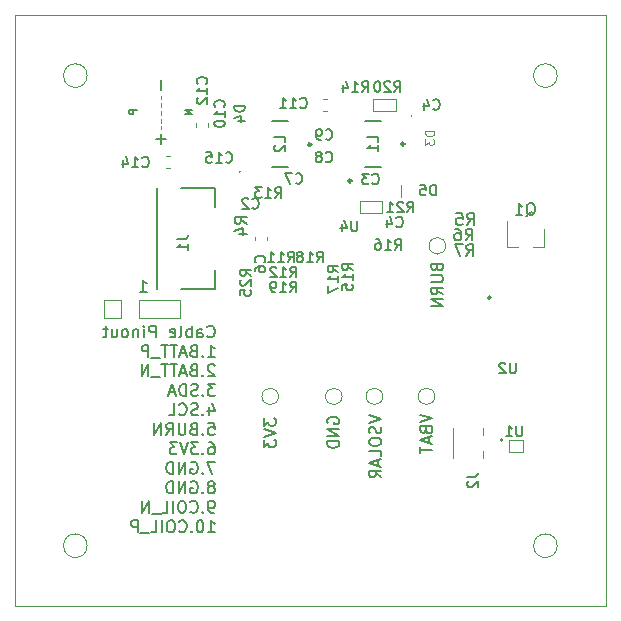
<source format=gbr>
%TF.GenerationSoftware,KiCad,Pcbnew,5.0.2-bee76a0~70~ubuntu18.04.1*%
%TF.CreationDate,2020-02-29T12:44:50-08:00*%
%TF.ProjectId,SolarCell+Y,536f6c61-7243-4656-9c6c-2b592e6b6963,rev?*%
%TF.SameCoordinates,Original*%
%TF.FileFunction,Legend,Bot*%
%TF.FilePolarity,Positive*%
%FSLAX46Y46*%
G04 Gerber Fmt 4.6, Leading zero omitted, Abs format (unit mm)*
G04 Created by KiCad (PCBNEW 5.0.2-bee76a0~70~ubuntu18.04.1) date Sat 29 Feb 2020 12:44:50 PM PST*
%MOMM*%
%LPD*%
G01*
G04 APERTURE LIST*
%ADD10C,0.050000*%
%ADD11C,0.177800*%
%ADD12C,0.120000*%
%ADD13C,0.150000*%
%ADD14C,0.203200*%
%ADD15C,0.127000*%
%ADD16C,0.200000*%
%ADD17C,0.100000*%
%ADD18C,0.250000*%
%ADD19C,0.254000*%
%ADD20C,0.101600*%
G04 APERTURE END LIST*
D10*
X160500000Y-65600000D02*
X160500000Y-64100000D01*
X164000000Y-65600000D02*
X160500000Y-65600000D01*
X164000000Y-64100000D02*
X164000000Y-65600000D01*
X160500000Y-64100000D02*
X164000000Y-64100000D01*
X159000000Y-64100000D02*
X157500000Y-64100000D01*
X159000000Y-65650000D02*
X159000000Y-64100000D01*
X157500000Y-65650000D02*
X159000000Y-65650000D01*
X157500000Y-64100000D02*
X157500000Y-65650000D01*
D11*
X185704171Y-61342198D02*
X185751790Y-61485055D01*
X185799409Y-61532674D01*
X185894647Y-61580293D01*
X186037504Y-61580293D01*
X186132742Y-61532674D01*
X186180361Y-61485055D01*
X186227980Y-61389817D01*
X186227980Y-61008865D01*
X185227980Y-61008865D01*
X185227980Y-61342198D01*
X185275600Y-61437436D01*
X185323219Y-61485055D01*
X185418457Y-61532674D01*
X185513695Y-61532674D01*
X185608933Y-61485055D01*
X185656552Y-61437436D01*
X185704171Y-61342198D01*
X185704171Y-61008865D01*
X185227980Y-62008865D02*
X186037504Y-62008865D01*
X186132742Y-62056484D01*
X186180361Y-62104103D01*
X186227980Y-62199341D01*
X186227980Y-62389817D01*
X186180361Y-62485055D01*
X186132742Y-62532674D01*
X186037504Y-62580293D01*
X185227980Y-62580293D01*
X186227980Y-63627912D02*
X185751790Y-63294579D01*
X186227980Y-63056484D02*
X185227980Y-63056484D01*
X185227980Y-63437436D01*
X185275600Y-63532674D01*
X185323219Y-63580293D01*
X185418457Y-63627912D01*
X185561314Y-63627912D01*
X185656552Y-63580293D01*
X185704171Y-63532674D01*
X185751790Y-63437436D01*
X185751790Y-63056484D01*
X186227980Y-64056484D02*
X185227980Y-64056484D01*
X186227980Y-64627912D01*
X185227980Y-64627912D01*
D12*
X182651400Y-55397400D02*
X182651400Y-54330600D01*
D11*
X184313580Y-73794608D02*
X185313580Y-74127941D01*
X184313580Y-74461274D01*
X184789771Y-75127941D02*
X184837390Y-75270798D01*
X184885009Y-75318417D01*
X184980247Y-75366036D01*
X185123104Y-75366036D01*
X185218342Y-75318417D01*
X185265961Y-75270798D01*
X185313580Y-75175560D01*
X185313580Y-74794608D01*
X184313580Y-74794608D01*
X184313580Y-75127941D01*
X184361200Y-75223179D01*
X184408819Y-75270798D01*
X184504057Y-75318417D01*
X184599295Y-75318417D01*
X184694533Y-75270798D01*
X184742152Y-75223179D01*
X184789771Y-75127941D01*
X184789771Y-74794608D01*
X185027866Y-75746989D02*
X185027866Y-76223179D01*
X185313580Y-75651750D02*
X184313580Y-75985084D01*
X185313580Y-76318417D01*
X184313580Y-76508893D02*
X184313580Y-77080322D01*
X185313580Y-76794608D02*
X184313580Y-76794608D01*
X179995580Y-73870808D02*
X180995580Y-74204141D01*
X179995580Y-74537474D01*
X180947961Y-74823189D02*
X180995580Y-74966046D01*
X180995580Y-75204141D01*
X180947961Y-75299379D01*
X180900342Y-75346998D01*
X180805104Y-75394617D01*
X180709866Y-75394617D01*
X180614628Y-75346998D01*
X180567009Y-75299379D01*
X180519390Y-75204141D01*
X180471771Y-75013665D01*
X180424152Y-74918427D01*
X180376533Y-74870808D01*
X180281295Y-74823189D01*
X180186057Y-74823189D01*
X180090819Y-74870808D01*
X180043200Y-74918427D01*
X179995580Y-75013665D01*
X179995580Y-75251760D01*
X180043200Y-75394617D01*
X179995580Y-76013665D02*
X179995580Y-76204141D01*
X180043200Y-76299379D01*
X180138438Y-76394617D01*
X180328914Y-76442236D01*
X180662247Y-76442236D01*
X180852723Y-76394617D01*
X180947961Y-76299379D01*
X180995580Y-76204141D01*
X180995580Y-76013665D01*
X180947961Y-75918427D01*
X180852723Y-75823189D01*
X180662247Y-75775570D01*
X180328914Y-75775570D01*
X180138438Y-75823189D01*
X180043200Y-75918427D01*
X179995580Y-76013665D01*
X180995580Y-77346998D02*
X180995580Y-76870808D01*
X179995580Y-76870808D01*
X180709866Y-77632712D02*
X180709866Y-78108903D01*
X180995580Y-77537474D02*
X179995580Y-77870808D01*
X180995580Y-78204141D01*
X180995580Y-79108903D02*
X180519390Y-78775570D01*
X180995580Y-78537474D02*
X179995580Y-78537474D01*
X179995580Y-78918427D01*
X180043200Y-79013665D01*
X180090819Y-79061284D01*
X180186057Y-79108903D01*
X180328914Y-79108903D01*
X180424152Y-79061284D01*
X180471771Y-79013665D01*
X180519390Y-78918427D01*
X180519390Y-78537474D01*
X176487200Y-74537474D02*
X176439580Y-74442236D01*
X176439580Y-74299379D01*
X176487200Y-74156522D01*
X176582438Y-74061284D01*
X176677676Y-74013665D01*
X176868152Y-73966046D01*
X177011009Y-73966046D01*
X177201485Y-74013665D01*
X177296723Y-74061284D01*
X177391961Y-74156522D01*
X177439580Y-74299379D01*
X177439580Y-74394617D01*
X177391961Y-74537474D01*
X177344342Y-74585093D01*
X177011009Y-74585093D01*
X177011009Y-74394617D01*
X177439580Y-75013665D02*
X176439580Y-75013665D01*
X177439580Y-75585093D01*
X176439580Y-75585093D01*
X177439580Y-76061284D02*
X176439580Y-76061284D01*
X176439580Y-76299379D01*
X176487200Y-76442236D01*
X176582438Y-76537474D01*
X176677676Y-76585093D01*
X176868152Y-76632712D01*
X177011009Y-76632712D01*
X177201485Y-76585093D01*
X177296723Y-76537474D01*
X177391961Y-76442236D01*
X177439580Y-76299379D01*
X177439580Y-76061284D01*
X171054780Y-74121627D02*
X171054780Y-74740674D01*
X171435733Y-74407341D01*
X171435733Y-74550198D01*
X171483352Y-74645436D01*
X171530971Y-74693055D01*
X171626209Y-74740674D01*
X171864304Y-74740674D01*
X171959542Y-74693055D01*
X172007161Y-74645436D01*
X172054780Y-74550198D01*
X172054780Y-74264484D01*
X172007161Y-74169246D01*
X171959542Y-74121627D01*
X171054780Y-75026389D02*
X172054780Y-75359722D01*
X171054780Y-75693055D01*
X171054780Y-75931150D02*
X171054780Y-76550198D01*
X171435733Y-76216865D01*
X171435733Y-76359722D01*
X171483352Y-76454960D01*
X171530971Y-76502579D01*
X171626209Y-76550198D01*
X171864304Y-76550198D01*
X171959542Y-76502579D01*
X172007161Y-76454960D01*
X172054780Y-76359722D01*
X172054780Y-76074008D01*
X172007161Y-75978770D01*
X171959542Y-75931150D01*
X160572525Y-63402380D02*
X161143953Y-63402380D01*
X160858239Y-63402380D02*
X160858239Y-62402380D01*
X160953477Y-62545238D01*
X161048715Y-62640476D01*
X161143953Y-62688095D01*
D13*
X166275776Y-67164142D02*
X166323395Y-67211761D01*
X166466252Y-67259380D01*
X166561490Y-67259380D01*
X166704347Y-67211761D01*
X166799585Y-67116523D01*
X166847204Y-67021285D01*
X166894823Y-66830809D01*
X166894823Y-66687952D01*
X166847204Y-66497476D01*
X166799585Y-66402238D01*
X166704347Y-66307000D01*
X166561490Y-66259380D01*
X166466252Y-66259380D01*
X166323395Y-66307000D01*
X166275776Y-66354619D01*
X165418633Y-67259380D02*
X165418633Y-66735571D01*
X165466252Y-66640333D01*
X165561490Y-66592714D01*
X165751966Y-66592714D01*
X165847204Y-66640333D01*
X165418633Y-67211761D02*
X165513871Y-67259380D01*
X165751966Y-67259380D01*
X165847204Y-67211761D01*
X165894823Y-67116523D01*
X165894823Y-67021285D01*
X165847204Y-66926047D01*
X165751966Y-66878428D01*
X165513871Y-66878428D01*
X165418633Y-66830809D01*
X164942442Y-67259380D02*
X164942442Y-66259380D01*
X164942442Y-66640333D02*
X164847204Y-66592714D01*
X164656728Y-66592714D01*
X164561490Y-66640333D01*
X164513871Y-66687952D01*
X164466252Y-66783190D01*
X164466252Y-67068904D01*
X164513871Y-67164142D01*
X164561490Y-67211761D01*
X164656728Y-67259380D01*
X164847204Y-67259380D01*
X164942442Y-67211761D01*
X163894823Y-67259380D02*
X163990061Y-67211761D01*
X164037680Y-67116523D01*
X164037680Y-66259380D01*
X163132919Y-67211761D02*
X163228157Y-67259380D01*
X163418633Y-67259380D01*
X163513871Y-67211761D01*
X163561490Y-67116523D01*
X163561490Y-66735571D01*
X163513871Y-66640333D01*
X163418633Y-66592714D01*
X163228157Y-66592714D01*
X163132919Y-66640333D01*
X163085300Y-66735571D01*
X163085300Y-66830809D01*
X163561490Y-66926047D01*
X161894823Y-67259380D02*
X161894823Y-66259380D01*
X161513871Y-66259380D01*
X161418633Y-66307000D01*
X161371014Y-66354619D01*
X161323395Y-66449857D01*
X161323395Y-66592714D01*
X161371014Y-66687952D01*
X161418633Y-66735571D01*
X161513871Y-66783190D01*
X161894823Y-66783190D01*
X160894823Y-67259380D02*
X160894823Y-66592714D01*
X160894823Y-66259380D02*
X160942442Y-66307000D01*
X160894823Y-66354619D01*
X160847204Y-66307000D01*
X160894823Y-66259380D01*
X160894823Y-66354619D01*
X160418633Y-66592714D02*
X160418633Y-67259380D01*
X160418633Y-66687952D02*
X160371014Y-66640333D01*
X160275776Y-66592714D01*
X160132919Y-66592714D01*
X160037680Y-66640333D01*
X159990061Y-66735571D01*
X159990061Y-67259380D01*
X159371014Y-67259380D02*
X159466252Y-67211761D01*
X159513871Y-67164142D01*
X159561490Y-67068904D01*
X159561490Y-66783190D01*
X159513871Y-66687952D01*
X159466252Y-66640333D01*
X159371014Y-66592714D01*
X159228157Y-66592714D01*
X159132919Y-66640333D01*
X159085300Y-66687952D01*
X159037680Y-66783190D01*
X159037680Y-67068904D01*
X159085300Y-67164142D01*
X159132919Y-67211761D01*
X159228157Y-67259380D01*
X159371014Y-67259380D01*
X158180538Y-66592714D02*
X158180538Y-67259380D01*
X158609109Y-66592714D02*
X158609109Y-67116523D01*
X158561490Y-67211761D01*
X158466252Y-67259380D01*
X158323395Y-67259380D01*
X158228157Y-67211761D01*
X158180538Y-67164142D01*
X157847204Y-66592714D02*
X157466252Y-66592714D01*
X157704347Y-66259380D02*
X157704347Y-67116523D01*
X157656728Y-67211761D01*
X157561490Y-67259380D01*
X157466252Y-67259380D01*
X166323395Y-68909380D02*
X166894823Y-68909380D01*
X166609109Y-68909380D02*
X166609109Y-67909380D01*
X166704347Y-68052238D01*
X166799585Y-68147476D01*
X166894823Y-68195095D01*
X165894823Y-68814142D02*
X165847204Y-68861761D01*
X165894823Y-68909380D01*
X165942442Y-68861761D01*
X165894823Y-68814142D01*
X165894823Y-68909380D01*
X165085300Y-68385571D02*
X164942442Y-68433190D01*
X164894823Y-68480809D01*
X164847204Y-68576047D01*
X164847204Y-68718904D01*
X164894823Y-68814142D01*
X164942442Y-68861761D01*
X165037680Y-68909380D01*
X165418633Y-68909380D01*
X165418633Y-67909380D01*
X165085300Y-67909380D01*
X164990061Y-67957000D01*
X164942442Y-68004619D01*
X164894823Y-68099857D01*
X164894823Y-68195095D01*
X164942442Y-68290333D01*
X164990061Y-68337952D01*
X165085300Y-68385571D01*
X165418633Y-68385571D01*
X164466252Y-68623666D02*
X163990061Y-68623666D01*
X164561490Y-68909380D02*
X164228157Y-67909380D01*
X163894823Y-68909380D01*
X163704347Y-67909380D02*
X163132919Y-67909380D01*
X163418633Y-68909380D02*
X163418633Y-67909380D01*
X162942442Y-67909380D02*
X162371014Y-67909380D01*
X162656728Y-68909380D02*
X162656728Y-67909380D01*
X162275776Y-69004619D02*
X161513871Y-69004619D01*
X161275776Y-68909380D02*
X161275776Y-67909380D01*
X160894823Y-67909380D01*
X160799585Y-67957000D01*
X160751966Y-68004619D01*
X160704347Y-68099857D01*
X160704347Y-68242714D01*
X160751966Y-68337952D01*
X160799585Y-68385571D01*
X160894823Y-68433190D01*
X161275776Y-68433190D01*
X166894823Y-69654619D02*
X166847204Y-69607000D01*
X166751966Y-69559380D01*
X166513871Y-69559380D01*
X166418633Y-69607000D01*
X166371014Y-69654619D01*
X166323395Y-69749857D01*
X166323395Y-69845095D01*
X166371014Y-69987952D01*
X166942442Y-70559380D01*
X166323395Y-70559380D01*
X165894823Y-70464142D02*
X165847204Y-70511761D01*
X165894823Y-70559380D01*
X165942442Y-70511761D01*
X165894823Y-70464142D01*
X165894823Y-70559380D01*
X165085300Y-70035571D02*
X164942442Y-70083190D01*
X164894823Y-70130809D01*
X164847204Y-70226047D01*
X164847204Y-70368904D01*
X164894823Y-70464142D01*
X164942442Y-70511761D01*
X165037680Y-70559380D01*
X165418633Y-70559380D01*
X165418633Y-69559380D01*
X165085300Y-69559380D01*
X164990061Y-69607000D01*
X164942442Y-69654619D01*
X164894823Y-69749857D01*
X164894823Y-69845095D01*
X164942442Y-69940333D01*
X164990061Y-69987952D01*
X165085300Y-70035571D01*
X165418633Y-70035571D01*
X164466252Y-70273666D02*
X163990061Y-70273666D01*
X164561490Y-70559380D02*
X164228157Y-69559380D01*
X163894823Y-70559380D01*
X163704347Y-69559380D02*
X163132919Y-69559380D01*
X163418633Y-70559380D02*
X163418633Y-69559380D01*
X162942442Y-69559380D02*
X162371014Y-69559380D01*
X162656728Y-70559380D02*
X162656728Y-69559380D01*
X162275776Y-70654619D02*
X161513871Y-70654619D01*
X161275776Y-70559380D02*
X161275776Y-69559380D01*
X160704347Y-70559380D01*
X160704347Y-69559380D01*
X166942442Y-71209380D02*
X166323395Y-71209380D01*
X166656728Y-71590333D01*
X166513871Y-71590333D01*
X166418633Y-71637952D01*
X166371014Y-71685571D01*
X166323395Y-71780809D01*
X166323395Y-72018904D01*
X166371014Y-72114142D01*
X166418633Y-72161761D01*
X166513871Y-72209380D01*
X166799585Y-72209380D01*
X166894823Y-72161761D01*
X166942442Y-72114142D01*
X165894823Y-72114142D02*
X165847204Y-72161761D01*
X165894823Y-72209380D01*
X165942442Y-72161761D01*
X165894823Y-72114142D01*
X165894823Y-72209380D01*
X165466252Y-72161761D02*
X165323395Y-72209380D01*
X165085300Y-72209380D01*
X164990061Y-72161761D01*
X164942442Y-72114142D01*
X164894823Y-72018904D01*
X164894823Y-71923666D01*
X164942442Y-71828428D01*
X164990061Y-71780809D01*
X165085300Y-71733190D01*
X165275776Y-71685571D01*
X165371014Y-71637952D01*
X165418633Y-71590333D01*
X165466252Y-71495095D01*
X165466252Y-71399857D01*
X165418633Y-71304619D01*
X165371014Y-71257000D01*
X165275776Y-71209380D01*
X165037680Y-71209380D01*
X164894823Y-71257000D01*
X164466252Y-72209380D02*
X164466252Y-71209380D01*
X164228157Y-71209380D01*
X164085300Y-71257000D01*
X163990061Y-71352238D01*
X163942442Y-71447476D01*
X163894823Y-71637952D01*
X163894823Y-71780809D01*
X163942442Y-71971285D01*
X163990061Y-72066523D01*
X164085300Y-72161761D01*
X164228157Y-72209380D01*
X164466252Y-72209380D01*
X163513871Y-71923666D02*
X163037680Y-71923666D01*
X163609109Y-72209380D02*
X163275776Y-71209380D01*
X162942442Y-72209380D01*
X166418633Y-73192714D02*
X166418633Y-73859380D01*
X166656728Y-72811761D02*
X166894823Y-73526047D01*
X166275776Y-73526047D01*
X165894823Y-73764142D02*
X165847204Y-73811761D01*
X165894823Y-73859380D01*
X165942442Y-73811761D01*
X165894823Y-73764142D01*
X165894823Y-73859380D01*
X165466252Y-73811761D02*
X165323395Y-73859380D01*
X165085300Y-73859380D01*
X164990061Y-73811761D01*
X164942442Y-73764142D01*
X164894823Y-73668904D01*
X164894823Y-73573666D01*
X164942442Y-73478428D01*
X164990061Y-73430809D01*
X165085300Y-73383190D01*
X165275776Y-73335571D01*
X165371014Y-73287952D01*
X165418633Y-73240333D01*
X165466252Y-73145095D01*
X165466252Y-73049857D01*
X165418633Y-72954619D01*
X165371014Y-72907000D01*
X165275776Y-72859380D01*
X165037680Y-72859380D01*
X164894823Y-72907000D01*
X163894823Y-73764142D02*
X163942442Y-73811761D01*
X164085300Y-73859380D01*
X164180538Y-73859380D01*
X164323395Y-73811761D01*
X164418633Y-73716523D01*
X164466252Y-73621285D01*
X164513871Y-73430809D01*
X164513871Y-73287952D01*
X164466252Y-73097476D01*
X164418633Y-73002238D01*
X164323395Y-72907000D01*
X164180538Y-72859380D01*
X164085300Y-72859380D01*
X163942442Y-72907000D01*
X163894823Y-72954619D01*
X162990061Y-73859380D02*
X163466252Y-73859380D01*
X163466252Y-72859380D01*
X166371014Y-74509380D02*
X166847204Y-74509380D01*
X166894823Y-74985571D01*
X166847204Y-74937952D01*
X166751966Y-74890333D01*
X166513871Y-74890333D01*
X166418633Y-74937952D01*
X166371014Y-74985571D01*
X166323395Y-75080809D01*
X166323395Y-75318904D01*
X166371014Y-75414142D01*
X166418633Y-75461761D01*
X166513871Y-75509380D01*
X166751966Y-75509380D01*
X166847204Y-75461761D01*
X166894823Y-75414142D01*
X165894823Y-75414142D02*
X165847204Y-75461761D01*
X165894823Y-75509380D01*
X165942442Y-75461761D01*
X165894823Y-75414142D01*
X165894823Y-75509380D01*
X165085300Y-74985571D02*
X164942442Y-75033190D01*
X164894823Y-75080809D01*
X164847204Y-75176047D01*
X164847204Y-75318904D01*
X164894823Y-75414142D01*
X164942442Y-75461761D01*
X165037680Y-75509380D01*
X165418633Y-75509380D01*
X165418633Y-74509380D01*
X165085300Y-74509380D01*
X164990061Y-74557000D01*
X164942442Y-74604619D01*
X164894823Y-74699857D01*
X164894823Y-74795095D01*
X164942442Y-74890333D01*
X164990061Y-74937952D01*
X165085300Y-74985571D01*
X165418633Y-74985571D01*
X164418633Y-74509380D02*
X164418633Y-75318904D01*
X164371014Y-75414142D01*
X164323395Y-75461761D01*
X164228157Y-75509380D01*
X164037680Y-75509380D01*
X163942442Y-75461761D01*
X163894823Y-75414142D01*
X163847204Y-75318904D01*
X163847204Y-74509380D01*
X162799585Y-75509380D02*
X163132919Y-75033190D01*
X163371014Y-75509380D02*
X163371014Y-74509380D01*
X162990061Y-74509380D01*
X162894823Y-74557000D01*
X162847204Y-74604619D01*
X162799585Y-74699857D01*
X162799585Y-74842714D01*
X162847204Y-74937952D01*
X162894823Y-74985571D01*
X162990061Y-75033190D01*
X163371014Y-75033190D01*
X162371014Y-75509380D02*
X162371014Y-74509380D01*
X161799585Y-75509380D01*
X161799585Y-74509380D01*
X166418633Y-76159380D02*
X166609109Y-76159380D01*
X166704347Y-76207000D01*
X166751966Y-76254619D01*
X166847204Y-76397476D01*
X166894823Y-76587952D01*
X166894823Y-76968904D01*
X166847204Y-77064142D01*
X166799585Y-77111761D01*
X166704347Y-77159380D01*
X166513871Y-77159380D01*
X166418633Y-77111761D01*
X166371014Y-77064142D01*
X166323395Y-76968904D01*
X166323395Y-76730809D01*
X166371014Y-76635571D01*
X166418633Y-76587952D01*
X166513871Y-76540333D01*
X166704347Y-76540333D01*
X166799585Y-76587952D01*
X166847204Y-76635571D01*
X166894823Y-76730809D01*
X165894823Y-77064142D02*
X165847204Y-77111761D01*
X165894823Y-77159380D01*
X165942442Y-77111761D01*
X165894823Y-77064142D01*
X165894823Y-77159380D01*
X165513871Y-76159380D02*
X164894823Y-76159380D01*
X165228157Y-76540333D01*
X165085300Y-76540333D01*
X164990061Y-76587952D01*
X164942442Y-76635571D01*
X164894823Y-76730809D01*
X164894823Y-76968904D01*
X164942442Y-77064142D01*
X164990061Y-77111761D01*
X165085300Y-77159380D01*
X165371014Y-77159380D01*
X165466252Y-77111761D01*
X165513871Y-77064142D01*
X164609109Y-76159380D02*
X164275776Y-77159380D01*
X163942442Y-76159380D01*
X163704347Y-76159380D02*
X163085300Y-76159380D01*
X163418633Y-76540333D01*
X163275776Y-76540333D01*
X163180538Y-76587952D01*
X163132919Y-76635571D01*
X163085300Y-76730809D01*
X163085300Y-76968904D01*
X163132919Y-77064142D01*
X163180538Y-77111761D01*
X163275776Y-77159380D01*
X163561490Y-77159380D01*
X163656728Y-77111761D01*
X163704347Y-77064142D01*
X166942442Y-77809380D02*
X166275776Y-77809380D01*
X166704347Y-78809380D01*
X165894823Y-78714142D02*
X165847204Y-78761761D01*
X165894823Y-78809380D01*
X165942442Y-78761761D01*
X165894823Y-78714142D01*
X165894823Y-78809380D01*
X164894823Y-77857000D02*
X164990061Y-77809380D01*
X165132919Y-77809380D01*
X165275776Y-77857000D01*
X165371014Y-77952238D01*
X165418633Y-78047476D01*
X165466252Y-78237952D01*
X165466252Y-78380809D01*
X165418633Y-78571285D01*
X165371014Y-78666523D01*
X165275776Y-78761761D01*
X165132919Y-78809380D01*
X165037680Y-78809380D01*
X164894823Y-78761761D01*
X164847204Y-78714142D01*
X164847204Y-78380809D01*
X165037680Y-78380809D01*
X164418633Y-78809380D02*
X164418633Y-77809380D01*
X163847204Y-78809380D01*
X163847204Y-77809380D01*
X163371014Y-78809380D02*
X163371014Y-77809380D01*
X163132919Y-77809380D01*
X162990061Y-77857000D01*
X162894823Y-77952238D01*
X162847204Y-78047476D01*
X162799585Y-78237952D01*
X162799585Y-78380809D01*
X162847204Y-78571285D01*
X162894823Y-78666523D01*
X162990061Y-78761761D01*
X163132919Y-78809380D01*
X163371014Y-78809380D01*
X166704347Y-79887952D02*
X166799585Y-79840333D01*
X166847204Y-79792714D01*
X166894823Y-79697476D01*
X166894823Y-79649857D01*
X166847204Y-79554619D01*
X166799585Y-79507000D01*
X166704347Y-79459380D01*
X166513871Y-79459380D01*
X166418633Y-79507000D01*
X166371014Y-79554619D01*
X166323395Y-79649857D01*
X166323395Y-79697476D01*
X166371014Y-79792714D01*
X166418633Y-79840333D01*
X166513871Y-79887952D01*
X166704347Y-79887952D01*
X166799585Y-79935571D01*
X166847204Y-79983190D01*
X166894823Y-80078428D01*
X166894823Y-80268904D01*
X166847204Y-80364142D01*
X166799585Y-80411761D01*
X166704347Y-80459380D01*
X166513871Y-80459380D01*
X166418633Y-80411761D01*
X166371014Y-80364142D01*
X166323395Y-80268904D01*
X166323395Y-80078428D01*
X166371014Y-79983190D01*
X166418633Y-79935571D01*
X166513871Y-79887952D01*
X165894823Y-80364142D02*
X165847204Y-80411761D01*
X165894823Y-80459380D01*
X165942442Y-80411761D01*
X165894823Y-80364142D01*
X165894823Y-80459380D01*
X164894823Y-79507000D02*
X164990061Y-79459380D01*
X165132919Y-79459380D01*
X165275776Y-79507000D01*
X165371014Y-79602238D01*
X165418633Y-79697476D01*
X165466252Y-79887952D01*
X165466252Y-80030809D01*
X165418633Y-80221285D01*
X165371014Y-80316523D01*
X165275776Y-80411761D01*
X165132919Y-80459380D01*
X165037680Y-80459380D01*
X164894823Y-80411761D01*
X164847204Y-80364142D01*
X164847204Y-80030809D01*
X165037680Y-80030809D01*
X164418633Y-80459380D02*
X164418633Y-79459380D01*
X163847204Y-80459380D01*
X163847204Y-79459380D01*
X163371014Y-80459380D02*
X163371014Y-79459380D01*
X163132919Y-79459380D01*
X162990061Y-79507000D01*
X162894823Y-79602238D01*
X162847204Y-79697476D01*
X162799585Y-79887952D01*
X162799585Y-80030809D01*
X162847204Y-80221285D01*
X162894823Y-80316523D01*
X162990061Y-80411761D01*
X163132919Y-80459380D01*
X163371014Y-80459380D01*
X166799585Y-82109380D02*
X166609109Y-82109380D01*
X166513871Y-82061761D01*
X166466252Y-82014142D01*
X166371014Y-81871285D01*
X166323395Y-81680809D01*
X166323395Y-81299857D01*
X166371014Y-81204619D01*
X166418633Y-81157000D01*
X166513871Y-81109380D01*
X166704347Y-81109380D01*
X166799585Y-81157000D01*
X166847204Y-81204619D01*
X166894823Y-81299857D01*
X166894823Y-81537952D01*
X166847204Y-81633190D01*
X166799585Y-81680809D01*
X166704347Y-81728428D01*
X166513871Y-81728428D01*
X166418633Y-81680809D01*
X166371014Y-81633190D01*
X166323395Y-81537952D01*
X165894823Y-82014142D02*
X165847204Y-82061761D01*
X165894823Y-82109380D01*
X165942442Y-82061761D01*
X165894823Y-82014142D01*
X165894823Y-82109380D01*
X164847204Y-82014142D02*
X164894823Y-82061761D01*
X165037680Y-82109380D01*
X165132919Y-82109380D01*
X165275776Y-82061761D01*
X165371014Y-81966523D01*
X165418633Y-81871285D01*
X165466252Y-81680809D01*
X165466252Y-81537952D01*
X165418633Y-81347476D01*
X165371014Y-81252238D01*
X165275776Y-81157000D01*
X165132919Y-81109380D01*
X165037680Y-81109380D01*
X164894823Y-81157000D01*
X164847204Y-81204619D01*
X164228157Y-81109380D02*
X164037680Y-81109380D01*
X163942442Y-81157000D01*
X163847204Y-81252238D01*
X163799585Y-81442714D01*
X163799585Y-81776047D01*
X163847204Y-81966523D01*
X163942442Y-82061761D01*
X164037680Y-82109380D01*
X164228157Y-82109380D01*
X164323395Y-82061761D01*
X164418633Y-81966523D01*
X164466252Y-81776047D01*
X164466252Y-81442714D01*
X164418633Y-81252238D01*
X164323395Y-81157000D01*
X164228157Y-81109380D01*
X163371014Y-82109380D02*
X163371014Y-81109380D01*
X162418633Y-82109380D02*
X162894823Y-82109380D01*
X162894823Y-81109380D01*
X162323395Y-82204619D02*
X161561490Y-82204619D01*
X161323395Y-82109380D02*
X161323395Y-81109380D01*
X160751966Y-82109380D01*
X160751966Y-81109380D01*
X166323395Y-83759380D02*
X166894823Y-83759380D01*
X166609109Y-83759380D02*
X166609109Y-82759380D01*
X166704347Y-82902238D01*
X166799585Y-82997476D01*
X166894823Y-83045095D01*
X165704347Y-82759380D02*
X165609109Y-82759380D01*
X165513871Y-82807000D01*
X165466252Y-82854619D01*
X165418633Y-82949857D01*
X165371014Y-83140333D01*
X165371014Y-83378428D01*
X165418633Y-83568904D01*
X165466252Y-83664142D01*
X165513871Y-83711761D01*
X165609109Y-83759380D01*
X165704347Y-83759380D01*
X165799585Y-83711761D01*
X165847204Y-83664142D01*
X165894823Y-83568904D01*
X165942442Y-83378428D01*
X165942442Y-83140333D01*
X165894823Y-82949857D01*
X165847204Y-82854619D01*
X165799585Y-82807000D01*
X165704347Y-82759380D01*
X164942442Y-83664142D02*
X164894823Y-83711761D01*
X164942442Y-83759380D01*
X164990061Y-83711761D01*
X164942442Y-83664142D01*
X164942442Y-83759380D01*
X163894823Y-83664142D02*
X163942442Y-83711761D01*
X164085300Y-83759380D01*
X164180538Y-83759380D01*
X164323395Y-83711761D01*
X164418633Y-83616523D01*
X164466252Y-83521285D01*
X164513871Y-83330809D01*
X164513871Y-83187952D01*
X164466252Y-82997476D01*
X164418633Y-82902238D01*
X164323395Y-82807000D01*
X164180538Y-82759380D01*
X164085300Y-82759380D01*
X163942442Y-82807000D01*
X163894823Y-82854619D01*
X163275776Y-82759380D02*
X163085300Y-82759380D01*
X162990061Y-82807000D01*
X162894823Y-82902238D01*
X162847204Y-83092714D01*
X162847204Y-83426047D01*
X162894823Y-83616523D01*
X162990061Y-83711761D01*
X163085300Y-83759380D01*
X163275776Y-83759380D01*
X163371014Y-83711761D01*
X163466252Y-83616523D01*
X163513871Y-83426047D01*
X163513871Y-83092714D01*
X163466252Y-82902238D01*
X163371014Y-82807000D01*
X163275776Y-82759380D01*
X162418633Y-83759380D02*
X162418633Y-82759380D01*
X161466252Y-83759380D02*
X161942442Y-83759380D01*
X161942442Y-82759380D01*
X161371014Y-83854619D02*
X160609109Y-83854619D01*
X160371014Y-83759380D02*
X160371014Y-82759380D01*
X159990061Y-82759380D01*
X159894823Y-82807000D01*
X159847204Y-82854619D01*
X159799585Y-82949857D01*
X159799585Y-83092714D01*
X159847204Y-83187952D01*
X159894823Y-83235571D01*
X159990061Y-83283190D01*
X160371014Y-83283190D01*
D12*
X180314600Y-47066200D02*
X182245000Y-47066200D01*
X180314600Y-48082200D02*
X180314600Y-47066200D01*
X182245000Y-48082200D02*
X180314600Y-48082200D01*
X182245000Y-47066200D02*
X182245000Y-48082200D01*
X181025800Y-56743600D02*
X181025800Y-55753000D01*
X179171600Y-56743600D02*
X181025800Y-56743600D01*
X179171600Y-55753000D02*
X179171600Y-56743600D01*
X181025800Y-55753000D02*
X179171600Y-55753000D01*
D10*
X200000000Y-40000000D02*
X150000000Y-40000000D01*
X150000000Y-90000000D02*
X200000000Y-90000000D01*
X150000000Y-40000000D02*
X150000000Y-90000000D01*
X195900000Y-45100000D02*
G75*
G03X195900000Y-45100000I-1000000J0D01*
G01*
X156100000Y-84900000D02*
G75*
G03X156100000Y-84900000I-1000000J0D01*
G01*
X156100000Y-45100000D02*
G75*
G03X156100000Y-45100000I-1000000J0D01*
G01*
X195900000Y-84900000D02*
G75*
G03X195900000Y-84900000I-1000000J0D01*
G01*
X200000000Y-90000000D02*
X200000000Y-40000000D01*
D14*
X162336842Y-50034371D02*
X162336842Y-50905228D01*
X162772271Y-50469800D02*
X161901414Y-50469800D01*
D15*
X164355538Y-48365228D02*
X164990538Y-48365228D01*
X164355538Y-48002371D01*
X164990538Y-48002371D01*
X160307261Y-47992090D02*
X159672261Y-47992090D01*
X159672261Y-48233995D01*
X159702500Y-48294471D01*
X159732738Y-48324709D01*
X159793214Y-48354947D01*
X159883928Y-48354947D01*
X159944404Y-48324709D01*
X159974642Y-48294471D01*
X160004880Y-48233995D01*
X160004880Y-47992090D01*
D14*
X162336842Y-45487771D02*
X162336842Y-46358628D01*
D12*
X162347910Y-48133000D02*
X162347910Y-48450500D01*
X162347910Y-49085500D02*
X162347910Y-48768000D01*
X162347910Y-49339500D02*
X162347910Y-49657000D01*
X162347910Y-46799500D02*
X162347910Y-47117000D01*
X162347910Y-47752000D02*
X162347910Y-47434500D01*
X186450200Y-59512200D02*
G75*
G03X186450200Y-59512200I-700000J0D01*
G01*
X185535800Y-72263000D02*
G75*
G03X185535800Y-72263000I-700000J0D01*
G01*
X177687200Y-72263000D02*
G75*
G03X177687200Y-72263000I-700000J0D01*
G01*
X172302400Y-72263000D02*
G75*
G03X172302400Y-72263000I-700000J0D01*
G01*
X181124666Y-72263000D02*
G75*
G03X181124666Y-72263000I-700000J0D01*
G01*
D16*
X166893240Y-54647520D02*
X166893240Y-56197520D01*
X166893240Y-63147520D02*
X166893240Y-61597520D01*
X166893240Y-54647520D02*
X164043240Y-54647520D01*
X166893240Y-63147520D02*
X164043240Y-63147520D01*
X162013240Y-63147520D02*
X162013240Y-54647520D01*
X191305000Y-75954000D02*
G75*
G03X191305000Y-75954000I-100000J0D01*
G01*
D12*
X193030000Y-76954000D02*
X191780000Y-76954000D01*
X193030000Y-75954000D02*
X193030000Y-76954000D01*
X191780000Y-75954000D02*
X191780000Y-76954000D01*
X193030000Y-75954000D02*
X191780000Y-75954000D01*
D17*
X189641000Y-77500000D02*
X189641000Y-76881330D01*
X189641000Y-74900000D02*
X189641000Y-75518670D01*
X187041000Y-74900000D02*
X187041000Y-77500000D01*
D14*
X190302200Y-63915400D02*
G75*
G03X190302200Y-63915400I-143600J0D01*
G01*
D12*
X194812000Y-59570000D02*
X194812000Y-58110000D01*
X191652000Y-59570000D02*
X191652000Y-57410000D01*
X191652000Y-59570000D02*
X192582000Y-59570000D01*
X194812000Y-59570000D02*
X193882000Y-59570000D01*
D16*
X183584200Y-48537200D02*
G75*
G03X183584200Y-48537200I-19000J0D01*
G01*
D12*
X170320240Y-59055219D02*
X170320240Y-58729661D01*
X171340240Y-59055219D02*
X171340240Y-58729661D01*
X163103779Y-52961000D02*
X162778221Y-52961000D01*
X163103779Y-51941000D02*
X162778221Y-51941000D01*
D18*
X178479580Y-54003784D02*
G75*
G03X178479580Y-54003784I-125000J0D01*
G01*
D16*
X169033740Y-53230440D02*
G75*
G03X169033740Y-53230440I-19000J0D01*
G01*
D12*
X165352000Y-49438779D02*
X165352000Y-49113221D01*
X166372000Y-49438779D02*
X166372000Y-49113221D01*
D19*
X175069500Y-50924460D02*
G75*
G03X175069500Y-50924460I-127000J0D01*
G01*
D15*
X171723050Y-48975010D02*
X173081950Y-48975010D01*
X173081950Y-52873910D02*
X171723050Y-52873910D01*
D19*
X182958740Y-50891440D02*
G75*
G03X182958740Y-50891440I-127000J0D01*
G01*
D15*
X179612290Y-48941990D02*
X180971190Y-48941990D01*
X180971190Y-52840890D02*
X179612290Y-52840890D01*
D12*
X176390519Y-48099440D02*
X176064961Y-48099440D01*
X176390519Y-47079440D02*
X176064961Y-47079440D01*
D15*
X163722366Y-58973046D02*
X164357366Y-58973046D01*
X164484366Y-58930713D01*
X164569033Y-58846046D01*
X164611366Y-58719046D01*
X164611366Y-58634380D01*
X164611366Y-59862046D02*
X164611366Y-59354046D01*
X164611366Y-59608046D02*
X163722366Y-59608046D01*
X163849366Y-59523380D01*
X163934033Y-59438713D01*
X163976366Y-59354046D01*
X192955333Y-74747966D02*
X192955333Y-75467633D01*
X192913000Y-75552300D01*
X192870666Y-75594633D01*
X192786000Y-75636966D01*
X192616666Y-75636966D01*
X192532000Y-75594633D01*
X192489666Y-75552300D01*
X192447333Y-75467633D01*
X192447333Y-74747966D01*
X191558333Y-75636966D02*
X192066333Y-75636966D01*
X191812333Y-75636966D02*
X191812333Y-74747966D01*
X191897000Y-74874966D01*
X191981666Y-74959633D01*
X192066333Y-75001966D01*
X188263166Y-79053666D02*
X188898166Y-79053666D01*
X189025166Y-79011333D01*
X189109833Y-78926666D01*
X189152166Y-78799666D01*
X189152166Y-78715000D01*
X188347833Y-79434666D02*
X188305500Y-79477000D01*
X188263166Y-79561666D01*
X188263166Y-79773333D01*
X188305500Y-79858000D01*
X188347833Y-79900333D01*
X188432500Y-79942666D01*
X188517166Y-79942666D01*
X188644166Y-79900333D01*
X189152166Y-79392333D01*
X189152166Y-79942666D01*
X192385333Y-69422966D02*
X192385333Y-70142633D01*
X192343000Y-70227300D01*
X192300666Y-70269633D01*
X192216000Y-70311966D01*
X192046666Y-70311966D01*
X191962000Y-70269633D01*
X191919666Y-70227300D01*
X191877333Y-70142633D01*
X191877333Y-69422966D01*
X191496333Y-69507633D02*
X191454000Y-69465300D01*
X191369333Y-69422966D01*
X191157666Y-69422966D01*
X191073000Y-69465300D01*
X191030666Y-69507633D01*
X190988333Y-69592300D01*
X190988333Y-69676966D01*
X191030666Y-69803966D01*
X191538666Y-70311966D01*
X190988333Y-70311966D01*
D13*
X188216666Y-60352380D02*
X188550000Y-59876190D01*
X188788095Y-60352380D02*
X188788095Y-59352380D01*
X188407142Y-59352380D01*
X188311904Y-59400000D01*
X188264285Y-59447619D01*
X188216666Y-59542857D01*
X188216666Y-59685714D01*
X188264285Y-59780952D01*
X188311904Y-59828571D01*
X188407142Y-59876190D01*
X188788095Y-59876190D01*
X187883333Y-59352380D02*
X187216666Y-59352380D01*
X187645238Y-60352380D01*
X188141666Y-59046380D02*
X188475000Y-58570190D01*
X188713095Y-59046380D02*
X188713095Y-58046380D01*
X188332142Y-58046380D01*
X188236904Y-58094000D01*
X188189285Y-58141619D01*
X188141666Y-58236857D01*
X188141666Y-58379714D01*
X188189285Y-58474952D01*
X188236904Y-58522571D01*
X188332142Y-58570190D01*
X188713095Y-58570190D01*
X187284523Y-58046380D02*
X187475000Y-58046380D01*
X187570238Y-58094000D01*
X187617857Y-58141619D01*
X187713095Y-58284476D01*
X187760714Y-58474952D01*
X187760714Y-58855904D01*
X187713095Y-58951142D01*
X187665476Y-58998761D01*
X187570238Y-59046380D01*
X187379761Y-59046380D01*
X187284523Y-58998761D01*
X187236904Y-58951142D01*
X187189285Y-58855904D01*
X187189285Y-58617809D01*
X187236904Y-58522571D01*
X187284523Y-58474952D01*
X187379761Y-58427333D01*
X187570238Y-58427333D01*
X187665476Y-58474952D01*
X187713095Y-58522571D01*
X187760714Y-58617809D01*
X188266666Y-57752380D02*
X188600000Y-57276190D01*
X188838095Y-57752380D02*
X188838095Y-56752380D01*
X188457142Y-56752380D01*
X188361904Y-56800000D01*
X188314285Y-56847619D01*
X188266666Y-56942857D01*
X188266666Y-57085714D01*
X188314285Y-57180952D01*
X188361904Y-57228571D01*
X188457142Y-57276190D01*
X188838095Y-57276190D01*
X187361904Y-56752380D02*
X187838095Y-56752380D01*
X187885714Y-57228571D01*
X187838095Y-57180952D01*
X187742857Y-57133333D01*
X187504761Y-57133333D01*
X187409523Y-57180952D01*
X187361904Y-57228571D01*
X187314285Y-57323809D01*
X187314285Y-57561904D01*
X187361904Y-57657142D01*
X187409523Y-57704761D01*
X187504761Y-57752380D01*
X187742857Y-57752380D01*
X187838095Y-57704761D01*
X187885714Y-57657142D01*
X169602380Y-57633333D02*
X169126190Y-57300000D01*
X169602380Y-57061904D02*
X168602380Y-57061904D01*
X168602380Y-57442857D01*
X168650000Y-57538095D01*
X168697619Y-57585714D01*
X168792857Y-57633333D01*
X168935714Y-57633333D01*
X169030952Y-57585714D01*
X169078571Y-57538095D01*
X169126190Y-57442857D01*
X169126190Y-57061904D01*
X168935714Y-58490476D02*
X169602380Y-58490476D01*
X168554761Y-58252380D02*
X169269047Y-58014285D01*
X169269047Y-58633333D01*
X193276438Y-56995419D02*
X193371676Y-56947800D01*
X193466914Y-56852561D01*
X193609771Y-56709704D01*
X193705009Y-56662085D01*
X193800247Y-56662085D01*
X193752628Y-56900180D02*
X193847866Y-56852561D01*
X193943104Y-56757323D01*
X193990723Y-56566847D01*
X193990723Y-56233514D01*
X193943104Y-56043038D01*
X193847866Y-55947800D01*
X193752628Y-55900180D01*
X193562152Y-55900180D01*
X193466914Y-55947800D01*
X193371676Y-56043038D01*
X193324057Y-56233514D01*
X193324057Y-56566847D01*
X193371676Y-56757323D01*
X193466914Y-56852561D01*
X193562152Y-56900180D01*
X193752628Y-56900180D01*
X192371676Y-56900180D02*
X192943104Y-56900180D01*
X192657390Y-56900180D02*
X192657390Y-55900180D01*
X192752628Y-56043038D01*
X192847866Y-56138276D01*
X192943104Y-56185895D01*
D20*
X185485314Y-49805771D02*
X184723314Y-49805771D01*
X184723314Y-49987200D01*
X184759600Y-50096057D01*
X184832171Y-50168628D01*
X184904742Y-50204914D01*
X185049885Y-50241200D01*
X185158742Y-50241200D01*
X185303885Y-50204914D01*
X185376457Y-50168628D01*
X185449028Y-50096057D01*
X185485314Y-49987200D01*
X185485314Y-49805771D01*
X184723314Y-50495200D02*
X184723314Y-50966914D01*
X185013600Y-50712914D01*
X185013600Y-50821771D01*
X185049885Y-50894342D01*
X185086171Y-50930628D01*
X185158742Y-50966914D01*
X185340171Y-50966914D01*
X185412742Y-50930628D01*
X185449028Y-50894342D01*
X185485314Y-50821771D01*
X185485314Y-50604057D01*
X185449028Y-50531485D01*
X185412742Y-50495200D01*
D15*
X167830500Y-52387500D02*
X167872833Y-52429833D01*
X167999833Y-52472166D01*
X168084500Y-52472166D01*
X168211500Y-52429833D01*
X168296166Y-52345166D01*
X168338500Y-52260500D01*
X168380833Y-52091166D01*
X168380833Y-51964166D01*
X168338500Y-51794833D01*
X168296166Y-51710166D01*
X168211500Y-51625500D01*
X168084500Y-51583166D01*
X167999833Y-51583166D01*
X167872833Y-51625500D01*
X167830500Y-51667833D01*
X166983833Y-52472166D02*
X167491833Y-52472166D01*
X167237833Y-52472166D02*
X167237833Y-51583166D01*
X167322500Y-51710166D01*
X167407166Y-51794833D01*
X167491833Y-51837166D01*
X166179500Y-51583166D02*
X166602833Y-51583166D01*
X166645166Y-52006500D01*
X166602833Y-51964166D01*
X166518166Y-51921833D01*
X166306500Y-51921833D01*
X166221833Y-51964166D01*
X166179500Y-52006500D01*
X166137166Y-52091166D01*
X166137166Y-52302833D01*
X166179500Y-52387500D01*
X166221833Y-52429833D01*
X166306500Y-52472166D01*
X166518166Y-52472166D01*
X166602833Y-52429833D01*
X166645166Y-52387500D01*
X171084240Y-60903273D02*
X171126573Y-60860940D01*
X171168906Y-60733940D01*
X171168906Y-60649273D01*
X171126573Y-60522273D01*
X171041906Y-60437606D01*
X170957240Y-60395273D01*
X170787906Y-60352940D01*
X170660906Y-60352940D01*
X170491573Y-60395273D01*
X170406906Y-60437606D01*
X170322240Y-60522273D01*
X170279906Y-60649273D01*
X170279906Y-60733940D01*
X170322240Y-60860940D01*
X170364573Y-60903273D01*
X170279906Y-61665273D02*
X170279906Y-61495940D01*
X170322240Y-61411273D01*
X170364573Y-61368940D01*
X170491573Y-61284273D01*
X170660906Y-61241940D01*
X170999573Y-61241940D01*
X171084240Y-61284273D01*
X171126573Y-61326606D01*
X171168906Y-61411273D01*
X171168906Y-61580606D01*
X171126573Y-61665273D01*
X171084240Y-61707606D01*
X170999573Y-61749940D01*
X170787906Y-61749940D01*
X170703240Y-61707606D01*
X170660906Y-61665273D01*
X170618573Y-61580606D01*
X170618573Y-61411273D01*
X170660906Y-61326606D01*
X170703240Y-61284273D01*
X170787906Y-61241940D01*
X176312406Y-50467500D02*
X176354740Y-50509833D01*
X176481740Y-50552166D01*
X176566406Y-50552166D01*
X176693406Y-50509833D01*
X176778073Y-50425166D01*
X176820406Y-50340500D01*
X176862740Y-50171166D01*
X176862740Y-50044166D01*
X176820406Y-49874833D01*
X176778073Y-49790166D01*
X176693406Y-49705500D01*
X176566406Y-49663166D01*
X176481740Y-49663166D01*
X176354740Y-49705500D01*
X176312406Y-49747833D01*
X175889073Y-50552166D02*
X175719740Y-50552166D01*
X175635073Y-50509833D01*
X175592740Y-50467500D01*
X175508073Y-50340500D01*
X175465740Y-50171166D01*
X175465740Y-49832500D01*
X175508073Y-49747833D01*
X175550406Y-49705500D01*
X175635073Y-49663166D01*
X175804406Y-49663166D01*
X175889073Y-49705500D01*
X175931406Y-49747833D01*
X175973740Y-49832500D01*
X175973740Y-50044166D01*
X175931406Y-50128833D01*
X175889073Y-50171166D01*
X175804406Y-50213500D01*
X175635073Y-50213500D01*
X175550406Y-50171166D01*
X175508073Y-50128833D01*
X175465740Y-50044166D01*
X160769300Y-52768500D02*
X160811633Y-52810833D01*
X160938633Y-52853166D01*
X161023300Y-52853166D01*
X161150300Y-52810833D01*
X161234966Y-52726166D01*
X161277300Y-52641500D01*
X161319633Y-52472166D01*
X161319633Y-52345166D01*
X161277300Y-52175833D01*
X161234966Y-52091166D01*
X161150300Y-52006500D01*
X161023300Y-51964166D01*
X160938633Y-51964166D01*
X160811633Y-52006500D01*
X160769300Y-52048833D01*
X159922633Y-52853166D02*
X160430633Y-52853166D01*
X160176633Y-52853166D02*
X160176633Y-51964166D01*
X160261300Y-52091166D01*
X160345966Y-52175833D01*
X160430633Y-52218166D01*
X159160633Y-52260500D02*
X159160633Y-52853166D01*
X159372300Y-51921833D02*
X159583966Y-52556833D01*
X159033633Y-52556833D01*
X185629550Y-55228066D02*
X185629550Y-54339066D01*
X185417883Y-54339066D01*
X185290883Y-54381400D01*
X185206216Y-54466066D01*
X185163883Y-54550733D01*
X185121550Y-54720066D01*
X185121550Y-54847066D01*
X185163883Y-55016400D01*
X185206216Y-55101066D01*
X185290883Y-55185733D01*
X185417883Y-55228066D01*
X185629550Y-55228066D01*
X184317216Y-54339066D02*
X184740550Y-54339066D01*
X184782883Y-54762400D01*
X184740550Y-54720066D01*
X184655883Y-54677733D01*
X184444216Y-54677733D01*
X184359550Y-54720066D01*
X184317216Y-54762400D01*
X184274883Y-54847066D01*
X184274883Y-55058733D01*
X184317216Y-55143400D01*
X184359550Y-55185733D01*
X184444216Y-55228066D01*
X184655883Y-55228066D01*
X184740550Y-55185733D01*
X184782883Y-55143400D01*
X178985333Y-57374366D02*
X178985333Y-58094033D01*
X178943000Y-58178700D01*
X178900666Y-58221033D01*
X178816000Y-58263366D01*
X178646666Y-58263366D01*
X178562000Y-58221033D01*
X178519666Y-58178700D01*
X178477333Y-58094033D01*
X178477333Y-57374366D01*
X177673000Y-57670700D02*
X177673000Y-58263366D01*
X177884666Y-57332033D02*
X178096333Y-57967033D01*
X177546000Y-57967033D01*
X169439166Y-47654633D02*
X168550166Y-47654633D01*
X168550166Y-47866300D01*
X168592500Y-47993300D01*
X168677166Y-48077966D01*
X168761833Y-48120300D01*
X168931166Y-48162633D01*
X169058166Y-48162633D01*
X169227500Y-48120300D01*
X169312166Y-48077966D01*
X169396833Y-47993300D01*
X169439166Y-47866300D01*
X169439166Y-47654633D01*
X168846500Y-48924633D02*
X169439166Y-48924633D01*
X168507833Y-48712966D02*
X169142833Y-48501300D01*
X169142833Y-49051633D01*
X182156100Y-59863566D02*
X182452433Y-59440233D01*
X182664100Y-59863566D02*
X182664100Y-58974566D01*
X182325433Y-58974566D01*
X182240766Y-59016900D01*
X182198433Y-59059233D01*
X182156100Y-59143900D01*
X182156100Y-59270900D01*
X182198433Y-59355566D01*
X182240766Y-59397900D01*
X182325433Y-59440233D01*
X182664100Y-59440233D01*
X181309433Y-59863566D02*
X181817433Y-59863566D01*
X181563433Y-59863566D02*
X181563433Y-58974566D01*
X181648100Y-59101566D01*
X181732766Y-59186233D01*
X181817433Y-59228566D01*
X180547433Y-58974566D02*
X180716766Y-58974566D01*
X180801433Y-59016900D01*
X180843766Y-59059233D01*
X180928433Y-59186233D01*
X180970766Y-59355566D01*
X180970766Y-59694233D01*
X180928433Y-59778900D01*
X180886100Y-59821233D01*
X180801433Y-59863566D01*
X180632100Y-59863566D01*
X180547433Y-59821233D01*
X180505100Y-59778900D01*
X180462766Y-59694233D01*
X180462766Y-59482566D01*
X180505100Y-59397900D01*
X180547433Y-59355566D01*
X180632100Y-59313233D01*
X180801433Y-59313233D01*
X180886100Y-59355566D01*
X180928433Y-59397900D01*
X180970766Y-59482566D01*
X178602166Y-61578500D02*
X178178833Y-61282166D01*
X178602166Y-61070500D02*
X177713166Y-61070500D01*
X177713166Y-61409166D01*
X177755500Y-61493833D01*
X177797833Y-61536166D01*
X177882500Y-61578500D01*
X178009500Y-61578500D01*
X178094166Y-61536166D01*
X178136500Y-61493833D01*
X178178833Y-61409166D01*
X178178833Y-61070500D01*
X178602166Y-62425166D02*
X178602166Y-61917166D01*
X178602166Y-62171166D02*
X177713166Y-62171166D01*
X177840166Y-62086500D01*
X177924833Y-62001833D01*
X177967166Y-61917166D01*
X177713166Y-63229500D02*
X177713166Y-62806166D01*
X178136500Y-62763833D01*
X178094166Y-62806166D01*
X178051833Y-62890833D01*
X178051833Y-63102500D01*
X178094166Y-63187166D01*
X178136500Y-63229500D01*
X178221166Y-63271833D01*
X178432833Y-63271833D01*
X178517500Y-63229500D01*
X178559833Y-63187166D01*
X178602166Y-63102500D01*
X178602166Y-62890833D01*
X178559833Y-62806166D01*
X178517500Y-62763833D01*
X179387500Y-46477766D02*
X179683833Y-46054433D01*
X179895500Y-46477766D02*
X179895500Y-45588766D01*
X179556833Y-45588766D01*
X179472166Y-45631100D01*
X179429833Y-45673433D01*
X179387500Y-45758100D01*
X179387500Y-45885100D01*
X179429833Y-45969766D01*
X179472166Y-46012100D01*
X179556833Y-46054433D01*
X179895500Y-46054433D01*
X178540833Y-46477766D02*
X179048833Y-46477766D01*
X178794833Y-46477766D02*
X178794833Y-45588766D01*
X178879500Y-45715766D01*
X178964166Y-45800433D01*
X179048833Y-45842766D01*
X177778833Y-45885100D02*
X177778833Y-46477766D01*
X177990500Y-45546433D02*
X178202166Y-46181433D01*
X177651833Y-46181433D01*
X176312406Y-52367500D02*
X176354740Y-52409833D01*
X176481740Y-52452166D01*
X176566406Y-52452166D01*
X176693406Y-52409833D01*
X176778073Y-52325166D01*
X176820406Y-52240500D01*
X176862740Y-52071166D01*
X176862740Y-51944166D01*
X176820406Y-51774833D01*
X176778073Y-51690166D01*
X176693406Y-51605500D01*
X176566406Y-51563166D01*
X176481740Y-51563166D01*
X176354740Y-51605500D01*
X176312406Y-51647833D01*
X175804406Y-51944166D02*
X175889073Y-51901833D01*
X175931406Y-51859500D01*
X175973740Y-51774833D01*
X175973740Y-51732500D01*
X175931406Y-51647833D01*
X175889073Y-51605500D01*
X175804406Y-51563166D01*
X175635073Y-51563166D01*
X175550406Y-51605500D01*
X175508073Y-51647833D01*
X175465740Y-51732500D01*
X175465740Y-51774833D01*
X175508073Y-51859500D01*
X175550406Y-51901833D01*
X175635073Y-51944166D01*
X175804406Y-51944166D01*
X175889073Y-51986500D01*
X175931406Y-52028833D01*
X175973740Y-52113500D01*
X175973740Y-52282833D01*
X175931406Y-52367500D01*
X175889073Y-52409833D01*
X175804406Y-52452166D01*
X175635073Y-52452166D01*
X175550406Y-52409833D01*
X175508073Y-52367500D01*
X175465740Y-52282833D01*
X175465740Y-52113500D01*
X175508073Y-52028833D01*
X175550406Y-51986500D01*
X175635073Y-51944166D01*
X166179500Y-45783500D02*
X166221833Y-45741166D01*
X166264166Y-45614166D01*
X166264166Y-45529500D01*
X166221833Y-45402500D01*
X166137166Y-45317833D01*
X166052500Y-45275500D01*
X165883166Y-45233166D01*
X165756166Y-45233166D01*
X165586833Y-45275500D01*
X165502166Y-45317833D01*
X165417500Y-45402500D01*
X165375166Y-45529500D01*
X165375166Y-45614166D01*
X165417500Y-45741166D01*
X165459833Y-45783500D01*
X166264166Y-46630166D02*
X166264166Y-46122166D01*
X166264166Y-46376166D02*
X165375166Y-46376166D01*
X165502166Y-46291500D01*
X165586833Y-46206833D01*
X165629166Y-46122166D01*
X165459833Y-46968833D02*
X165417500Y-47011166D01*
X165375166Y-47095833D01*
X165375166Y-47307500D01*
X165417500Y-47392166D01*
X165459833Y-47434500D01*
X165544500Y-47476833D01*
X165629166Y-47476833D01*
X165756166Y-47434500D01*
X166264166Y-46926500D01*
X166264166Y-47476833D01*
X177352166Y-61728500D02*
X176928833Y-61432166D01*
X177352166Y-61220500D02*
X176463166Y-61220500D01*
X176463166Y-61559166D01*
X176505500Y-61643833D01*
X176547833Y-61686166D01*
X176632500Y-61728500D01*
X176759500Y-61728500D01*
X176844166Y-61686166D01*
X176886500Y-61643833D01*
X176928833Y-61559166D01*
X176928833Y-61220500D01*
X177352166Y-62575166D02*
X177352166Y-62067166D01*
X177352166Y-62321166D02*
X176463166Y-62321166D01*
X176590166Y-62236500D01*
X176674833Y-62151833D01*
X176717166Y-62067166D01*
X176463166Y-62871500D02*
X176463166Y-63464166D01*
X177352166Y-63083166D01*
X173071500Y-60902166D02*
X173367833Y-60478833D01*
X173579500Y-60902166D02*
X173579500Y-60013166D01*
X173240833Y-60013166D01*
X173156166Y-60055500D01*
X173113833Y-60097833D01*
X173071500Y-60182500D01*
X173071500Y-60309500D01*
X173113833Y-60394166D01*
X173156166Y-60436500D01*
X173240833Y-60478833D01*
X173579500Y-60478833D01*
X172224833Y-60902166D02*
X172732833Y-60902166D01*
X172478833Y-60902166D02*
X172478833Y-60013166D01*
X172563500Y-60140166D01*
X172648166Y-60224833D01*
X172732833Y-60267166D01*
X171378166Y-60902166D02*
X171886166Y-60902166D01*
X171632166Y-60902166D02*
X171632166Y-60013166D01*
X171716833Y-60140166D01*
X171801500Y-60224833D01*
X171886166Y-60267166D01*
X173306740Y-63449106D02*
X173603073Y-63025773D01*
X173814740Y-63449106D02*
X173814740Y-62560106D01*
X173476073Y-62560106D01*
X173391406Y-62602440D01*
X173349073Y-62644773D01*
X173306740Y-62729440D01*
X173306740Y-62856440D01*
X173349073Y-62941106D01*
X173391406Y-62983440D01*
X173476073Y-63025773D01*
X173814740Y-63025773D01*
X172460073Y-63449106D02*
X172968073Y-63449106D01*
X172714073Y-63449106D02*
X172714073Y-62560106D01*
X172798740Y-62687106D01*
X172883406Y-62771773D01*
X172968073Y-62814106D01*
X172036740Y-63449106D02*
X171867406Y-63449106D01*
X171782740Y-63406773D01*
X171740406Y-63364440D01*
X171655740Y-63237440D01*
X171613406Y-63068106D01*
X171613406Y-62729440D01*
X171655740Y-62644773D01*
X171698073Y-62602440D01*
X171782740Y-62560106D01*
X171952073Y-62560106D01*
X172036740Y-62602440D01*
X172079073Y-62644773D01*
X172121406Y-62729440D01*
X172121406Y-62941106D01*
X172079073Y-63025773D01*
X172036740Y-63068106D01*
X171952073Y-63110440D01*
X171782740Y-63110440D01*
X171698073Y-63068106D01*
X171655740Y-63025773D01*
X171613406Y-62941106D01*
X173306740Y-62179106D02*
X173603073Y-61755773D01*
X173814740Y-62179106D02*
X173814740Y-61290106D01*
X173476073Y-61290106D01*
X173391406Y-61332440D01*
X173349073Y-61374773D01*
X173306740Y-61459440D01*
X173306740Y-61586440D01*
X173349073Y-61671106D01*
X173391406Y-61713440D01*
X173476073Y-61755773D01*
X173814740Y-61755773D01*
X172460073Y-62179106D02*
X172968073Y-62179106D01*
X172714073Y-62179106D02*
X172714073Y-61290106D01*
X172798740Y-61417106D01*
X172883406Y-61501773D01*
X172968073Y-61544106D01*
X172121406Y-61374773D02*
X172079073Y-61332440D01*
X171994406Y-61290106D01*
X171782740Y-61290106D01*
X171698073Y-61332440D01*
X171655740Y-61374773D01*
X171613406Y-61459440D01*
X171613406Y-61544106D01*
X171655740Y-61671106D01*
X172163740Y-62179106D01*
X171613406Y-62179106D01*
X175521500Y-60902166D02*
X175817833Y-60478833D01*
X176029500Y-60902166D02*
X176029500Y-60013166D01*
X175690833Y-60013166D01*
X175606166Y-60055500D01*
X175563833Y-60097833D01*
X175521500Y-60182500D01*
X175521500Y-60309500D01*
X175563833Y-60394166D01*
X175606166Y-60436500D01*
X175690833Y-60478833D01*
X176029500Y-60478833D01*
X174674833Y-60902166D02*
X175182833Y-60902166D01*
X174928833Y-60902166D02*
X174928833Y-60013166D01*
X175013500Y-60140166D01*
X175098166Y-60224833D01*
X175182833Y-60267166D01*
X174166833Y-60394166D02*
X174251500Y-60351833D01*
X174293833Y-60309500D01*
X174336166Y-60224833D01*
X174336166Y-60182500D01*
X174293833Y-60097833D01*
X174251500Y-60055500D01*
X174166833Y-60013166D01*
X173997500Y-60013166D01*
X173912833Y-60055500D01*
X173870500Y-60097833D01*
X173828166Y-60182500D01*
X173828166Y-60224833D01*
X173870500Y-60309500D01*
X173912833Y-60351833D01*
X173997500Y-60394166D01*
X174166833Y-60394166D01*
X174251500Y-60436500D01*
X174293833Y-60478833D01*
X174336166Y-60563500D01*
X174336166Y-60732833D01*
X174293833Y-60817500D01*
X174251500Y-60859833D01*
X174166833Y-60902166D01*
X173997500Y-60902166D01*
X173912833Y-60859833D01*
X173870500Y-60817500D01*
X173828166Y-60732833D01*
X173828166Y-60563500D01*
X173870500Y-60478833D01*
X173912833Y-60436500D01*
X173997500Y-60394166D01*
X183197500Y-56663166D02*
X183493833Y-56239833D01*
X183705500Y-56663166D02*
X183705500Y-55774166D01*
X183366833Y-55774166D01*
X183282166Y-55816500D01*
X183239833Y-55858833D01*
X183197500Y-55943500D01*
X183197500Y-56070500D01*
X183239833Y-56155166D01*
X183282166Y-56197500D01*
X183366833Y-56239833D01*
X183705500Y-56239833D01*
X182858833Y-55858833D02*
X182816500Y-55816500D01*
X182731833Y-55774166D01*
X182520166Y-55774166D01*
X182435500Y-55816500D01*
X182393166Y-55858833D01*
X182350833Y-55943500D01*
X182350833Y-56028166D01*
X182393166Y-56155166D01*
X182901166Y-56663166D01*
X182350833Y-56663166D01*
X181504166Y-56663166D02*
X182012166Y-56663166D01*
X181758166Y-56663166D02*
X181758166Y-55774166D01*
X181842833Y-55901166D01*
X181927500Y-55985833D01*
X182012166Y-56028166D01*
X182105300Y-46477766D02*
X182401633Y-46054433D01*
X182613300Y-46477766D02*
X182613300Y-45588766D01*
X182274633Y-45588766D01*
X182189966Y-45631100D01*
X182147633Y-45673433D01*
X182105300Y-45758100D01*
X182105300Y-45885100D01*
X182147633Y-45969766D01*
X182189966Y-46012100D01*
X182274633Y-46054433D01*
X182613300Y-46054433D01*
X181766633Y-45673433D02*
X181724300Y-45631100D01*
X181639633Y-45588766D01*
X181427966Y-45588766D01*
X181343300Y-45631100D01*
X181300966Y-45673433D01*
X181258633Y-45758100D01*
X181258633Y-45842766D01*
X181300966Y-45969766D01*
X181808966Y-46477766D01*
X181258633Y-46477766D01*
X180708300Y-45588766D02*
X180623633Y-45588766D01*
X180538966Y-45631100D01*
X180496633Y-45673433D01*
X180454300Y-45758100D01*
X180411966Y-45927433D01*
X180411966Y-46139100D01*
X180454300Y-46308433D01*
X180496633Y-46393100D01*
X180538966Y-46435433D01*
X180623633Y-46477766D01*
X180708300Y-46477766D01*
X180792966Y-46435433D01*
X180835300Y-46393100D01*
X180877633Y-46308433D01*
X180919966Y-46139100D01*
X180919966Y-45927433D01*
X180877633Y-45758100D01*
X180835300Y-45673433D01*
X180792966Y-45631100D01*
X180708300Y-45588766D01*
X169962406Y-62039500D02*
X169539073Y-61743166D01*
X169962406Y-61531500D02*
X169073406Y-61531500D01*
X169073406Y-61870166D01*
X169115740Y-61954833D01*
X169158073Y-61997166D01*
X169242740Y-62039500D01*
X169369740Y-62039500D01*
X169454406Y-61997166D01*
X169496740Y-61954833D01*
X169539073Y-61870166D01*
X169539073Y-61531500D01*
X169158073Y-62378166D02*
X169115740Y-62420500D01*
X169073406Y-62505166D01*
X169073406Y-62716833D01*
X169115740Y-62801500D01*
X169158073Y-62843833D01*
X169242740Y-62886166D01*
X169327406Y-62886166D01*
X169454406Y-62843833D01*
X169962406Y-62335833D01*
X169962406Y-62886166D01*
X169073406Y-63690500D02*
X169073406Y-63267166D01*
X169496740Y-63224833D01*
X169454406Y-63267166D01*
X169412073Y-63351833D01*
X169412073Y-63563500D01*
X169454406Y-63648166D01*
X169496740Y-63690500D01*
X169581406Y-63732833D01*
X169793073Y-63732833D01*
X169877740Y-63690500D01*
X169920073Y-63648166D01*
X169962406Y-63563500D01*
X169962406Y-63351833D01*
X169920073Y-63267166D01*
X169877740Y-63224833D01*
X172021500Y-55452166D02*
X172317833Y-55028833D01*
X172529500Y-55452166D02*
X172529500Y-54563166D01*
X172190833Y-54563166D01*
X172106166Y-54605500D01*
X172063833Y-54647833D01*
X172021500Y-54732500D01*
X172021500Y-54859500D01*
X172063833Y-54944166D01*
X172106166Y-54986500D01*
X172190833Y-55028833D01*
X172529500Y-55028833D01*
X171174833Y-55452166D02*
X171682833Y-55452166D01*
X171428833Y-55452166D02*
X171428833Y-54563166D01*
X171513500Y-54690166D01*
X171598166Y-54774833D01*
X171682833Y-54817166D01*
X170878500Y-54563166D02*
X170328166Y-54563166D01*
X170624500Y-54901833D01*
X170497500Y-54901833D01*
X170412833Y-54944166D01*
X170370500Y-54986500D01*
X170328166Y-55071166D01*
X170328166Y-55282833D01*
X170370500Y-55367500D01*
X170412833Y-55409833D01*
X170497500Y-55452166D01*
X170751500Y-55452166D01*
X170836166Y-55409833D01*
X170878500Y-55367500D01*
X172842766Y-50753433D02*
X172842766Y-50330100D01*
X171953766Y-50330100D01*
X172038433Y-51007433D02*
X171996100Y-51049766D01*
X171953766Y-51134433D01*
X171953766Y-51346100D01*
X171996100Y-51430766D01*
X172038433Y-51473100D01*
X172123100Y-51515433D01*
X172207766Y-51515433D01*
X172334766Y-51473100D01*
X172842766Y-50965100D01*
X172842766Y-51515433D01*
X180716766Y-50743273D02*
X180716766Y-50319940D01*
X179827766Y-50319940D01*
X180716766Y-51505273D02*
X180716766Y-50997273D01*
X180716766Y-51251273D02*
X179827766Y-51251273D01*
X179954766Y-51166606D01*
X180039433Y-51081940D01*
X180081766Y-50997273D01*
X174132240Y-47779940D02*
X174174573Y-47822273D01*
X174301573Y-47864606D01*
X174386240Y-47864606D01*
X174513240Y-47822273D01*
X174597906Y-47737606D01*
X174640240Y-47652940D01*
X174682573Y-47483606D01*
X174682573Y-47356606D01*
X174640240Y-47187273D01*
X174597906Y-47102606D01*
X174513240Y-47017940D01*
X174386240Y-46975606D01*
X174301573Y-46975606D01*
X174174573Y-47017940D01*
X174132240Y-47060273D01*
X173285573Y-47864606D02*
X173793573Y-47864606D01*
X173539573Y-47864606D02*
X173539573Y-46975606D01*
X173624240Y-47102606D01*
X173708906Y-47187273D01*
X173793573Y-47229606D01*
X172438906Y-47864606D02*
X172946906Y-47864606D01*
X172692906Y-47864606D02*
X172692906Y-46975606D01*
X172777573Y-47102606D01*
X172862240Y-47187273D01*
X172946906Y-47229606D01*
X173748166Y-54167500D02*
X173790500Y-54209833D01*
X173917500Y-54252166D01*
X174002166Y-54252166D01*
X174129166Y-54209833D01*
X174213833Y-54125166D01*
X174256166Y-54040500D01*
X174298500Y-53871166D01*
X174298500Y-53744166D01*
X174256166Y-53574833D01*
X174213833Y-53490166D01*
X174129166Y-53405500D01*
X174002166Y-53363166D01*
X173917500Y-53363166D01*
X173790500Y-53405500D01*
X173748166Y-53447833D01*
X173451833Y-53363166D02*
X172859166Y-53363166D01*
X173240166Y-54252166D01*
X182266166Y-57848500D02*
X182308500Y-57890833D01*
X182435500Y-57933166D01*
X182520166Y-57933166D01*
X182647166Y-57890833D01*
X182731833Y-57806166D01*
X182774166Y-57721500D01*
X182816500Y-57552166D01*
X182816500Y-57425166D01*
X182774166Y-57255833D01*
X182731833Y-57171166D01*
X182647166Y-57086500D01*
X182520166Y-57044166D01*
X182435500Y-57044166D01*
X182308500Y-57086500D01*
X182266166Y-57128833D01*
X181504166Y-57340500D02*
X181504166Y-57933166D01*
X181715833Y-57001833D02*
X181927500Y-57636833D01*
X181377166Y-57636833D01*
X185392906Y-47906940D02*
X185435240Y-47949273D01*
X185562240Y-47991606D01*
X185646906Y-47991606D01*
X185773906Y-47949273D01*
X185858573Y-47864606D01*
X185900906Y-47779940D01*
X185943240Y-47610606D01*
X185943240Y-47483606D01*
X185900906Y-47314273D01*
X185858573Y-47229606D01*
X185773906Y-47144940D01*
X185646906Y-47102606D01*
X185562240Y-47102606D01*
X185435240Y-47144940D01*
X185392906Y-47187273D01*
X184630906Y-47398940D02*
X184630906Y-47991606D01*
X184842573Y-47060273D02*
X185054240Y-47695273D01*
X184503906Y-47695273D01*
X167655240Y-47716440D02*
X167697573Y-47674106D01*
X167739906Y-47547106D01*
X167739906Y-47462440D01*
X167697573Y-47335440D01*
X167612906Y-47250773D01*
X167528240Y-47208440D01*
X167358906Y-47166106D01*
X167231906Y-47166106D01*
X167062573Y-47208440D01*
X166977906Y-47250773D01*
X166893240Y-47335440D01*
X166850906Y-47462440D01*
X166850906Y-47547106D01*
X166893240Y-47674106D01*
X166935573Y-47716440D01*
X167739906Y-48563106D02*
X167739906Y-48055106D01*
X167739906Y-48309106D02*
X166850906Y-48309106D01*
X166977906Y-48224440D01*
X167062573Y-48139773D01*
X167104906Y-48055106D01*
X166850906Y-49113440D02*
X166850906Y-49198106D01*
X166893240Y-49282773D01*
X166935573Y-49325106D01*
X167020240Y-49367440D01*
X167189573Y-49409773D01*
X167401240Y-49409773D01*
X167570573Y-49367440D01*
X167655240Y-49325106D01*
X167697573Y-49282773D01*
X167739906Y-49198106D01*
X167739906Y-49113440D01*
X167697573Y-49028773D01*
X167655240Y-48986440D01*
X167570573Y-48944106D01*
X167401240Y-48901773D01*
X167189573Y-48901773D01*
X167020240Y-48944106D01*
X166935573Y-48986440D01*
X166893240Y-49028773D01*
X166850906Y-49113440D01*
X180249406Y-54193440D02*
X180291740Y-54235773D01*
X180418740Y-54278106D01*
X180503406Y-54278106D01*
X180630406Y-54235773D01*
X180715073Y-54151106D01*
X180757406Y-54066440D01*
X180799740Y-53897106D01*
X180799740Y-53770106D01*
X180757406Y-53600773D01*
X180715073Y-53516106D01*
X180630406Y-53431440D01*
X180503406Y-53389106D01*
X180418740Y-53389106D01*
X180291740Y-53431440D01*
X180249406Y-53473773D01*
X179953073Y-53389106D02*
X179402740Y-53389106D01*
X179699073Y-53727773D01*
X179572073Y-53727773D01*
X179487406Y-53770106D01*
X179445073Y-53812440D01*
X179402740Y-53897106D01*
X179402740Y-54108773D01*
X179445073Y-54193440D01*
X179487406Y-54235773D01*
X179572073Y-54278106D01*
X179826073Y-54278106D01*
X179910740Y-54235773D01*
X179953073Y-54193440D01*
X170098166Y-56267500D02*
X170140500Y-56309833D01*
X170267500Y-56352166D01*
X170352166Y-56352166D01*
X170479166Y-56309833D01*
X170563833Y-56225166D01*
X170606166Y-56140500D01*
X170648500Y-55971166D01*
X170648500Y-55844166D01*
X170606166Y-55674833D01*
X170563833Y-55590166D01*
X170479166Y-55505500D01*
X170352166Y-55463166D01*
X170267500Y-55463166D01*
X170140500Y-55505500D01*
X170098166Y-55547833D01*
X169759500Y-55547833D02*
X169717166Y-55505500D01*
X169632500Y-55463166D01*
X169420833Y-55463166D01*
X169336166Y-55505500D01*
X169293833Y-55547833D01*
X169251500Y-55632500D01*
X169251500Y-55717166D01*
X169293833Y-55844166D01*
X169801833Y-56352166D01*
X169251500Y-56352166D01*
M02*

</source>
